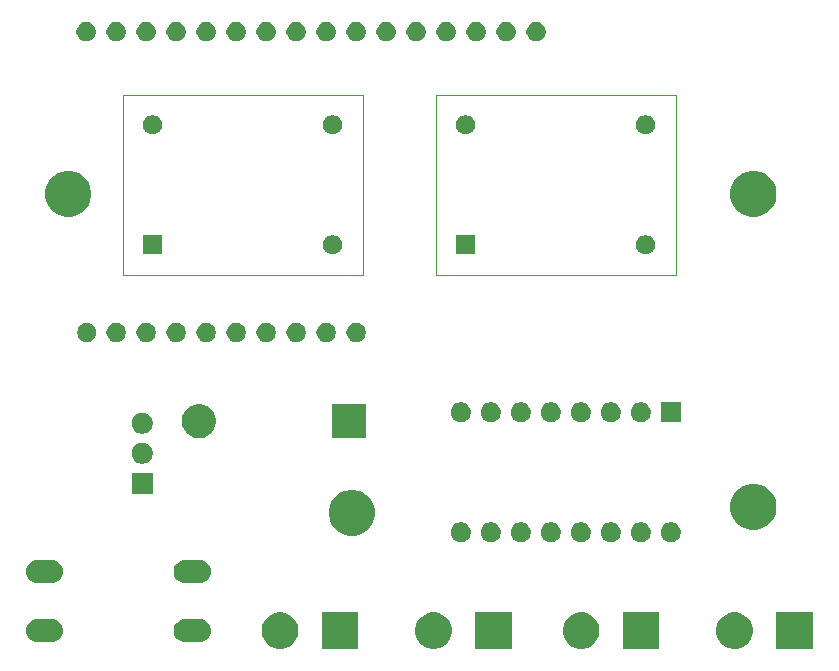
<source format=gbr>
%TF.GenerationSoftware,KiCad,Pcbnew,5.1.5+dfsg1-2build2*%
%TF.CreationDate,2020-08-25T19:56:11-04:00*%
%TF.ProjectId,esp-toy,6573702d-746f-4792-9e6b-696361645f70,rev?*%
%TF.SameCoordinates,Original*%
%TF.FileFunction,Soldermask,Bot*%
%TF.FilePolarity,Negative*%
%FSLAX46Y46*%
G04 Gerber Fmt 4.6, Leading zero omitted, Abs format (unit mm)*
G04 Created by KiCad (PCBNEW 5.1.5+dfsg1-2build2) date 2020-08-25 19:56:11*
%MOMM*%
%LPD*%
G04 APERTURE LIST*
%ADD10C,0.120000*%
%ADD11C,1.000000*%
G04 APERTURE END LIST*
D10*
%TO.C,A2*%
X152094000Y-93366000D02*
X172414000Y-93366000D01*
X172414000Y-93366000D02*
X172414000Y-78126000D01*
X172414000Y-78126000D02*
X152094000Y-78126000D01*
X152094000Y-78126000D02*
X152094000Y-93366000D01*
%TO.C,A1*%
X125594000Y-93366000D02*
X145914000Y-93366000D01*
X145914000Y-93366000D02*
X145914000Y-78126000D01*
X145914000Y-78126000D02*
X125594000Y-78126000D01*
X125594000Y-78126000D02*
X125594000Y-93366000D01*
D11*
G36*
X139372352Y-122008796D02*
G01*
X139654579Y-122125699D01*
X139908578Y-122295415D01*
X140124585Y-122511422D01*
X140294301Y-122765421D01*
X140411204Y-123047648D01*
X140470800Y-123347259D01*
X140470800Y-123652741D01*
X140411204Y-123952352D01*
X140294301Y-124234579D01*
X140124585Y-124488578D01*
X139908578Y-124704585D01*
X139654579Y-124874301D01*
X139372352Y-124991204D01*
X139072741Y-125050800D01*
X138767259Y-125050800D01*
X138467648Y-124991204D01*
X138185421Y-124874301D01*
X137931422Y-124704585D01*
X137715415Y-124488578D01*
X137545699Y-124234579D01*
X137428796Y-123952352D01*
X137369200Y-123652741D01*
X137369200Y-123347259D01*
X137428796Y-123047648D01*
X137545699Y-122765421D01*
X137715415Y-122511422D01*
X137931422Y-122295415D01*
X138185421Y-122125699D01*
X138467648Y-122008796D01*
X138767259Y-121949200D01*
X139072741Y-121949200D01*
X139372352Y-122008796D01*
G37*
G36*
X184050800Y-125050800D02*
G01*
X180949200Y-125050800D01*
X180949200Y-121949200D01*
X184050800Y-121949200D01*
X184050800Y-125050800D01*
G37*
G36*
X177872352Y-122008796D02*
G01*
X178154579Y-122125699D01*
X178408578Y-122295415D01*
X178624585Y-122511422D01*
X178794301Y-122765421D01*
X178911204Y-123047648D01*
X178970800Y-123347259D01*
X178970800Y-123652741D01*
X178911204Y-123952352D01*
X178794301Y-124234579D01*
X178624585Y-124488578D01*
X178408578Y-124704585D01*
X178154579Y-124874301D01*
X177872352Y-124991204D01*
X177572741Y-125050800D01*
X177267259Y-125050800D01*
X176967648Y-124991204D01*
X176685421Y-124874301D01*
X176431422Y-124704585D01*
X176215415Y-124488578D01*
X176045699Y-124234579D01*
X175928796Y-123952352D01*
X175869200Y-123652741D01*
X175869200Y-123347259D01*
X175928796Y-123047648D01*
X176045699Y-122765421D01*
X176215415Y-122511422D01*
X176431422Y-122295415D01*
X176685421Y-122125699D01*
X176967648Y-122008796D01*
X177267259Y-121949200D01*
X177572741Y-121949200D01*
X177872352Y-122008796D01*
G37*
G36*
X171050800Y-125050800D02*
G01*
X167949200Y-125050800D01*
X167949200Y-121949200D01*
X171050800Y-121949200D01*
X171050800Y-125050800D01*
G37*
G36*
X164872352Y-122008796D02*
G01*
X165154579Y-122125699D01*
X165408578Y-122295415D01*
X165624585Y-122511422D01*
X165794301Y-122765421D01*
X165911204Y-123047648D01*
X165970800Y-123347259D01*
X165970800Y-123652741D01*
X165911204Y-123952352D01*
X165794301Y-124234579D01*
X165624585Y-124488578D01*
X165408578Y-124704585D01*
X165154579Y-124874301D01*
X164872352Y-124991204D01*
X164572741Y-125050800D01*
X164267259Y-125050800D01*
X163967648Y-124991204D01*
X163685421Y-124874301D01*
X163431422Y-124704585D01*
X163215415Y-124488578D01*
X163045699Y-124234579D01*
X162928796Y-123952352D01*
X162869200Y-123652741D01*
X162869200Y-123347259D01*
X162928796Y-123047648D01*
X163045699Y-122765421D01*
X163215415Y-122511422D01*
X163431422Y-122295415D01*
X163685421Y-122125699D01*
X163967648Y-122008796D01*
X164267259Y-121949200D01*
X164572741Y-121949200D01*
X164872352Y-122008796D01*
G37*
G36*
X158550800Y-125050800D02*
G01*
X155449200Y-125050800D01*
X155449200Y-121949200D01*
X158550800Y-121949200D01*
X158550800Y-125050800D01*
G37*
G36*
X152372352Y-122008796D02*
G01*
X152654579Y-122125699D01*
X152908578Y-122295415D01*
X153124585Y-122511422D01*
X153294301Y-122765421D01*
X153411204Y-123047648D01*
X153470800Y-123347259D01*
X153470800Y-123652741D01*
X153411204Y-123952352D01*
X153294301Y-124234579D01*
X153124585Y-124488578D01*
X152908578Y-124704585D01*
X152654579Y-124874301D01*
X152372352Y-124991204D01*
X152072741Y-125050800D01*
X151767259Y-125050800D01*
X151467648Y-124991204D01*
X151185421Y-124874301D01*
X150931422Y-124704585D01*
X150715415Y-124488578D01*
X150545699Y-124234579D01*
X150428796Y-123952352D01*
X150369200Y-123652741D01*
X150369200Y-123347259D01*
X150428796Y-123047648D01*
X150545699Y-122765421D01*
X150715415Y-122511422D01*
X150931422Y-122295415D01*
X151185421Y-122125699D01*
X151467648Y-122008796D01*
X151767259Y-121949200D01*
X152072741Y-121949200D01*
X152372352Y-122008796D01*
G37*
G36*
X145550800Y-125050800D02*
G01*
X142449200Y-125050800D01*
X142449200Y-121949200D01*
X145550800Y-121949200D01*
X145550800Y-125050800D01*
G37*
G36*
X119776287Y-122538318D02*
G01*
X119960228Y-122594116D01*
X120129749Y-122684727D01*
X120278333Y-122806667D01*
X120400273Y-122955251D01*
X120490884Y-123124772D01*
X120546682Y-123308713D01*
X120565522Y-123500000D01*
X120546682Y-123691287D01*
X120490884Y-123875228D01*
X120400273Y-124044749D01*
X120278333Y-124193333D01*
X120129749Y-124315273D01*
X119960228Y-124405884D01*
X119776287Y-124461682D01*
X119632941Y-124475800D01*
X118339059Y-124475800D01*
X118195713Y-124461682D01*
X118011772Y-124405884D01*
X117842251Y-124315273D01*
X117693667Y-124193333D01*
X117571727Y-124044749D01*
X117481116Y-123875228D01*
X117425318Y-123691287D01*
X117406478Y-123500000D01*
X117425318Y-123308713D01*
X117481116Y-123124772D01*
X117571727Y-122955251D01*
X117693667Y-122806667D01*
X117842251Y-122684727D01*
X118011772Y-122594116D01*
X118195713Y-122538318D01*
X118339059Y-122524200D01*
X119632941Y-122524200D01*
X119776287Y-122538318D01*
G37*
G36*
X132276287Y-122538318D02*
G01*
X132460228Y-122594116D01*
X132629749Y-122684727D01*
X132778333Y-122806667D01*
X132900273Y-122955251D01*
X132990884Y-123124772D01*
X133046682Y-123308713D01*
X133065522Y-123500000D01*
X133046682Y-123691287D01*
X132990884Y-123875228D01*
X132900273Y-124044749D01*
X132778333Y-124193333D01*
X132629749Y-124315273D01*
X132460228Y-124405884D01*
X132276287Y-124461682D01*
X132132941Y-124475800D01*
X130839059Y-124475800D01*
X130695713Y-124461682D01*
X130511772Y-124405884D01*
X130342251Y-124315273D01*
X130193667Y-124193333D01*
X130071727Y-124044749D01*
X129981116Y-123875228D01*
X129925318Y-123691287D01*
X129906478Y-123500000D01*
X129925318Y-123308713D01*
X129981116Y-123124772D01*
X130071727Y-122955251D01*
X130193667Y-122806667D01*
X130342251Y-122684727D01*
X130511772Y-122594116D01*
X130695713Y-122538318D01*
X130839059Y-122524200D01*
X132132941Y-122524200D01*
X132276287Y-122538318D01*
G37*
G36*
X132276287Y-117538318D02*
G01*
X132460228Y-117594116D01*
X132629749Y-117684727D01*
X132778333Y-117806667D01*
X132900273Y-117955251D01*
X132990884Y-118124772D01*
X133046682Y-118308713D01*
X133065522Y-118500000D01*
X133046682Y-118691287D01*
X132990884Y-118875228D01*
X132900273Y-119044749D01*
X132778333Y-119193333D01*
X132629749Y-119315273D01*
X132460228Y-119405884D01*
X132276287Y-119461682D01*
X132132941Y-119475800D01*
X130839059Y-119475800D01*
X130695713Y-119461682D01*
X130511772Y-119405884D01*
X130342251Y-119315273D01*
X130193667Y-119193333D01*
X130071727Y-119044749D01*
X129981116Y-118875228D01*
X129925318Y-118691287D01*
X129906478Y-118500000D01*
X129925318Y-118308713D01*
X129981116Y-118124772D01*
X130071727Y-117955251D01*
X130193667Y-117806667D01*
X130342251Y-117684727D01*
X130511772Y-117594116D01*
X130695713Y-117538318D01*
X130839059Y-117524200D01*
X132132941Y-117524200D01*
X132276287Y-117538318D01*
G37*
G36*
X119776287Y-117538318D02*
G01*
X119960228Y-117594116D01*
X120129749Y-117684727D01*
X120278333Y-117806667D01*
X120400273Y-117955251D01*
X120490884Y-118124772D01*
X120546682Y-118308713D01*
X120565522Y-118500000D01*
X120546682Y-118691287D01*
X120490884Y-118875228D01*
X120400273Y-119044749D01*
X120278333Y-119193333D01*
X120129749Y-119315273D01*
X119960228Y-119405884D01*
X119776287Y-119461682D01*
X119632941Y-119475800D01*
X118339059Y-119475800D01*
X118195713Y-119461682D01*
X118011772Y-119405884D01*
X117842251Y-119315273D01*
X117693667Y-119193333D01*
X117571727Y-119044749D01*
X117481116Y-118875228D01*
X117425318Y-118691287D01*
X117406478Y-118500000D01*
X117425318Y-118308713D01*
X117481116Y-118124772D01*
X117571727Y-117955251D01*
X117693667Y-117806667D01*
X117842251Y-117684727D01*
X118011772Y-117594116D01*
X118195713Y-117538318D01*
X118339059Y-117524200D01*
X119632941Y-117524200D01*
X119776287Y-117538318D01*
G37*
G36*
X157008169Y-114341895D02*
G01*
X157163005Y-114406031D01*
X157302354Y-114499140D01*
X157420860Y-114617646D01*
X157513969Y-114756995D01*
X157578105Y-114911831D01*
X157610800Y-115076203D01*
X157610800Y-115243797D01*
X157578105Y-115408169D01*
X157513969Y-115563005D01*
X157420860Y-115702354D01*
X157302354Y-115820860D01*
X157163005Y-115913969D01*
X157008169Y-115978105D01*
X156843797Y-116010800D01*
X156676203Y-116010800D01*
X156511831Y-115978105D01*
X156356995Y-115913969D01*
X156217646Y-115820860D01*
X156099140Y-115702354D01*
X156006031Y-115563005D01*
X155941895Y-115408169D01*
X155909200Y-115243797D01*
X155909200Y-115076203D01*
X155941895Y-114911831D01*
X156006031Y-114756995D01*
X156099140Y-114617646D01*
X156217646Y-114499140D01*
X156356995Y-114406031D01*
X156511831Y-114341895D01*
X156676203Y-114309200D01*
X156843797Y-114309200D01*
X157008169Y-114341895D01*
G37*
G36*
X162088169Y-114341895D02*
G01*
X162243005Y-114406031D01*
X162382354Y-114499140D01*
X162500860Y-114617646D01*
X162593969Y-114756995D01*
X162658105Y-114911831D01*
X162690800Y-115076203D01*
X162690800Y-115243797D01*
X162658105Y-115408169D01*
X162593969Y-115563005D01*
X162500860Y-115702354D01*
X162382354Y-115820860D01*
X162243005Y-115913969D01*
X162088169Y-115978105D01*
X161923797Y-116010800D01*
X161756203Y-116010800D01*
X161591831Y-115978105D01*
X161436995Y-115913969D01*
X161297646Y-115820860D01*
X161179140Y-115702354D01*
X161086031Y-115563005D01*
X161021895Y-115408169D01*
X160989200Y-115243797D01*
X160989200Y-115076203D01*
X161021895Y-114911831D01*
X161086031Y-114756995D01*
X161179140Y-114617646D01*
X161297646Y-114499140D01*
X161436995Y-114406031D01*
X161591831Y-114341895D01*
X161756203Y-114309200D01*
X161923797Y-114309200D01*
X162088169Y-114341895D01*
G37*
G36*
X159548169Y-114341895D02*
G01*
X159703005Y-114406031D01*
X159842354Y-114499140D01*
X159960860Y-114617646D01*
X160053969Y-114756995D01*
X160118105Y-114911831D01*
X160150800Y-115076203D01*
X160150800Y-115243797D01*
X160118105Y-115408169D01*
X160053969Y-115563005D01*
X159960860Y-115702354D01*
X159842354Y-115820860D01*
X159703005Y-115913969D01*
X159548169Y-115978105D01*
X159383797Y-116010800D01*
X159216203Y-116010800D01*
X159051831Y-115978105D01*
X158896995Y-115913969D01*
X158757646Y-115820860D01*
X158639140Y-115702354D01*
X158546031Y-115563005D01*
X158481895Y-115408169D01*
X158449200Y-115243797D01*
X158449200Y-115076203D01*
X158481895Y-114911831D01*
X158546031Y-114756995D01*
X158639140Y-114617646D01*
X158757646Y-114499140D01*
X158896995Y-114406031D01*
X159051831Y-114341895D01*
X159216203Y-114309200D01*
X159383797Y-114309200D01*
X159548169Y-114341895D01*
G37*
G36*
X172248169Y-114341895D02*
G01*
X172403005Y-114406031D01*
X172542354Y-114499140D01*
X172660860Y-114617646D01*
X172753969Y-114756995D01*
X172818105Y-114911831D01*
X172850800Y-115076203D01*
X172850800Y-115243797D01*
X172818105Y-115408169D01*
X172753969Y-115563005D01*
X172660860Y-115702354D01*
X172542354Y-115820860D01*
X172403005Y-115913969D01*
X172248169Y-115978105D01*
X172083797Y-116010800D01*
X171916203Y-116010800D01*
X171751831Y-115978105D01*
X171596995Y-115913969D01*
X171457646Y-115820860D01*
X171339140Y-115702354D01*
X171246031Y-115563005D01*
X171181895Y-115408169D01*
X171149200Y-115243797D01*
X171149200Y-115076203D01*
X171181895Y-114911831D01*
X171246031Y-114756995D01*
X171339140Y-114617646D01*
X171457646Y-114499140D01*
X171596995Y-114406031D01*
X171751831Y-114341895D01*
X171916203Y-114309200D01*
X172083797Y-114309200D01*
X172248169Y-114341895D01*
G37*
G36*
X169708169Y-114341895D02*
G01*
X169863005Y-114406031D01*
X170002354Y-114499140D01*
X170120860Y-114617646D01*
X170213969Y-114756995D01*
X170278105Y-114911831D01*
X170310800Y-115076203D01*
X170310800Y-115243797D01*
X170278105Y-115408169D01*
X170213969Y-115563005D01*
X170120860Y-115702354D01*
X170002354Y-115820860D01*
X169863005Y-115913969D01*
X169708169Y-115978105D01*
X169543797Y-116010800D01*
X169376203Y-116010800D01*
X169211831Y-115978105D01*
X169056995Y-115913969D01*
X168917646Y-115820860D01*
X168799140Y-115702354D01*
X168706031Y-115563005D01*
X168641895Y-115408169D01*
X168609200Y-115243797D01*
X168609200Y-115076203D01*
X168641895Y-114911831D01*
X168706031Y-114756995D01*
X168799140Y-114617646D01*
X168917646Y-114499140D01*
X169056995Y-114406031D01*
X169211831Y-114341895D01*
X169376203Y-114309200D01*
X169543797Y-114309200D01*
X169708169Y-114341895D01*
G37*
G36*
X167168169Y-114341895D02*
G01*
X167323005Y-114406031D01*
X167462354Y-114499140D01*
X167580860Y-114617646D01*
X167673969Y-114756995D01*
X167738105Y-114911831D01*
X167770800Y-115076203D01*
X167770800Y-115243797D01*
X167738105Y-115408169D01*
X167673969Y-115563005D01*
X167580860Y-115702354D01*
X167462354Y-115820860D01*
X167323005Y-115913969D01*
X167168169Y-115978105D01*
X167003797Y-116010800D01*
X166836203Y-116010800D01*
X166671831Y-115978105D01*
X166516995Y-115913969D01*
X166377646Y-115820860D01*
X166259140Y-115702354D01*
X166166031Y-115563005D01*
X166101895Y-115408169D01*
X166069200Y-115243797D01*
X166069200Y-115076203D01*
X166101895Y-114911831D01*
X166166031Y-114756995D01*
X166259140Y-114617646D01*
X166377646Y-114499140D01*
X166516995Y-114406031D01*
X166671831Y-114341895D01*
X166836203Y-114309200D01*
X167003797Y-114309200D01*
X167168169Y-114341895D01*
G37*
G36*
X164628169Y-114341895D02*
G01*
X164783005Y-114406031D01*
X164922354Y-114499140D01*
X165040860Y-114617646D01*
X165133969Y-114756995D01*
X165198105Y-114911831D01*
X165230800Y-115076203D01*
X165230800Y-115243797D01*
X165198105Y-115408169D01*
X165133969Y-115563005D01*
X165040860Y-115702354D01*
X164922354Y-115820860D01*
X164783005Y-115913969D01*
X164628169Y-115978105D01*
X164463797Y-116010800D01*
X164296203Y-116010800D01*
X164131831Y-115978105D01*
X163976995Y-115913969D01*
X163837646Y-115820860D01*
X163719140Y-115702354D01*
X163626031Y-115563005D01*
X163561895Y-115408169D01*
X163529200Y-115243797D01*
X163529200Y-115076203D01*
X163561895Y-114911831D01*
X163626031Y-114756995D01*
X163719140Y-114617646D01*
X163837646Y-114499140D01*
X163976995Y-114406031D01*
X164131831Y-114341895D01*
X164296203Y-114309200D01*
X164463797Y-114309200D01*
X164628169Y-114341895D01*
G37*
G36*
X154468169Y-114341895D02*
G01*
X154623005Y-114406031D01*
X154762354Y-114499140D01*
X154880860Y-114617646D01*
X154973969Y-114756995D01*
X155038105Y-114911831D01*
X155070800Y-115076203D01*
X155070800Y-115243797D01*
X155038105Y-115408169D01*
X154973969Y-115563005D01*
X154880860Y-115702354D01*
X154762354Y-115820860D01*
X154623005Y-115913969D01*
X154468169Y-115978105D01*
X154303797Y-116010800D01*
X154136203Y-116010800D01*
X153971831Y-115978105D01*
X153816995Y-115913969D01*
X153677646Y-115820860D01*
X153559140Y-115702354D01*
X153466031Y-115563005D01*
X153401895Y-115408169D01*
X153369200Y-115243797D01*
X153369200Y-115076203D01*
X153401895Y-114911831D01*
X153466031Y-114756995D01*
X153559140Y-114617646D01*
X153677646Y-114499140D01*
X153816995Y-114406031D01*
X153971831Y-114341895D01*
X154136203Y-114309200D01*
X154303797Y-114309200D01*
X154468169Y-114341895D01*
G37*
G36*
X145569028Y-111624168D02*
G01*
X145924051Y-111771223D01*
X146243564Y-111984715D01*
X146515285Y-112256436D01*
X146728777Y-112575949D01*
X146875832Y-112930972D01*
X146950800Y-113307863D01*
X146950800Y-113692137D01*
X146875832Y-114069028D01*
X146728777Y-114424051D01*
X146515285Y-114743564D01*
X146243564Y-115015285D01*
X145924051Y-115228777D01*
X145569028Y-115375832D01*
X145192137Y-115450800D01*
X144807863Y-115450800D01*
X144430972Y-115375832D01*
X144075949Y-115228777D01*
X143756436Y-115015285D01*
X143484715Y-114743564D01*
X143271223Y-114424051D01*
X143124168Y-114069028D01*
X143049200Y-113692137D01*
X143049200Y-113307863D01*
X143124168Y-112930972D01*
X143271223Y-112575949D01*
X143484715Y-112256436D01*
X143756436Y-111984715D01*
X144075949Y-111771223D01*
X144430972Y-111624168D01*
X144807863Y-111549200D01*
X145192137Y-111549200D01*
X145569028Y-111624168D01*
G37*
G36*
X179569028Y-111124168D02*
G01*
X179924051Y-111271223D01*
X180243564Y-111484715D01*
X180515285Y-111756436D01*
X180728777Y-112075949D01*
X180875832Y-112430972D01*
X180950800Y-112807863D01*
X180950800Y-113192137D01*
X180875832Y-113569028D01*
X180728777Y-113924051D01*
X180515285Y-114243564D01*
X180243564Y-114515285D01*
X179924051Y-114728777D01*
X179569028Y-114875832D01*
X179192137Y-114950800D01*
X178807863Y-114950800D01*
X178430972Y-114875832D01*
X178075949Y-114728777D01*
X177756436Y-114515285D01*
X177484715Y-114243564D01*
X177271223Y-113924051D01*
X177124168Y-113569028D01*
X177049200Y-113192137D01*
X177049200Y-112807863D01*
X177124168Y-112430972D01*
X177271223Y-112075949D01*
X177484715Y-111756436D01*
X177756436Y-111484715D01*
X178075949Y-111271223D01*
X178430972Y-111124168D01*
X178807863Y-111049200D01*
X179192137Y-111049200D01*
X179569028Y-111124168D01*
G37*
G36*
X128150800Y-111900800D02*
G01*
X126349200Y-111900800D01*
X126349200Y-110099200D01*
X128150800Y-110099200D01*
X128150800Y-111900800D01*
G37*
G36*
X127512754Y-107593817D02*
G01*
X127676689Y-107661721D01*
X127824227Y-107760303D01*
X127949697Y-107885773D01*
X128048279Y-108033311D01*
X128116183Y-108197246D01*
X128150800Y-108371279D01*
X128150800Y-108548721D01*
X128116183Y-108722754D01*
X128048279Y-108886689D01*
X127949697Y-109034227D01*
X127824227Y-109159697D01*
X127676689Y-109258279D01*
X127512754Y-109326183D01*
X127338721Y-109360800D01*
X127161279Y-109360800D01*
X126987246Y-109326183D01*
X126823311Y-109258279D01*
X126675773Y-109159697D01*
X126550303Y-109034227D01*
X126451721Y-108886689D01*
X126383817Y-108722754D01*
X126349200Y-108548721D01*
X126349200Y-108371279D01*
X126383817Y-108197246D01*
X126451721Y-108033311D01*
X126550303Y-107885773D01*
X126675773Y-107760303D01*
X126823311Y-107661721D01*
X126987246Y-107593817D01*
X127161279Y-107559200D01*
X127338721Y-107559200D01*
X127512754Y-107593817D01*
G37*
G36*
X132473183Y-104354953D02*
G01*
X132737212Y-104464317D01*
X132974833Y-104623091D01*
X133176909Y-104825167D01*
X133335683Y-105062788D01*
X133445047Y-105326817D01*
X133500800Y-105607108D01*
X133500800Y-105892892D01*
X133445047Y-106173183D01*
X133335683Y-106437212D01*
X133176909Y-106674833D01*
X132974833Y-106876909D01*
X132737212Y-107035683D01*
X132473183Y-107145047D01*
X132192892Y-107200800D01*
X131907108Y-107200800D01*
X131626817Y-107145047D01*
X131362788Y-107035683D01*
X131125167Y-106876909D01*
X130923091Y-106674833D01*
X130764317Y-106437212D01*
X130654953Y-106173183D01*
X130599200Y-105892892D01*
X130599200Y-105607108D01*
X130654953Y-105326817D01*
X130764317Y-105062788D01*
X130923091Y-104825167D01*
X131125167Y-104623091D01*
X131362788Y-104464317D01*
X131626817Y-104354953D01*
X131907108Y-104299200D01*
X132192892Y-104299200D01*
X132473183Y-104354953D01*
G37*
G36*
X146200800Y-107200800D02*
G01*
X143299200Y-107200800D01*
X143299200Y-104299200D01*
X146200800Y-104299200D01*
X146200800Y-107200800D01*
G37*
G36*
X127512754Y-105053817D02*
G01*
X127676689Y-105121721D01*
X127824227Y-105220303D01*
X127949697Y-105345773D01*
X128048279Y-105493311D01*
X128116183Y-105657246D01*
X128150800Y-105831279D01*
X128150800Y-106008721D01*
X128116183Y-106182754D01*
X128048279Y-106346689D01*
X127949697Y-106494227D01*
X127824227Y-106619697D01*
X127676689Y-106718279D01*
X127512754Y-106786183D01*
X127338721Y-106820800D01*
X127161279Y-106820800D01*
X126987246Y-106786183D01*
X126823311Y-106718279D01*
X126675773Y-106619697D01*
X126550303Y-106494227D01*
X126451721Y-106346689D01*
X126383817Y-106182754D01*
X126349200Y-106008721D01*
X126349200Y-105831279D01*
X126383817Y-105657246D01*
X126451721Y-105493311D01*
X126550303Y-105345773D01*
X126675773Y-105220303D01*
X126823311Y-105121721D01*
X126987246Y-105053817D01*
X127161279Y-105019200D01*
X127338721Y-105019200D01*
X127512754Y-105053817D01*
G37*
G36*
X162088169Y-104181895D02*
G01*
X162243005Y-104246031D01*
X162382354Y-104339140D01*
X162500860Y-104457646D01*
X162593969Y-104596995D01*
X162658105Y-104751831D01*
X162690800Y-104916203D01*
X162690800Y-105083797D01*
X162658105Y-105248169D01*
X162593969Y-105403005D01*
X162500860Y-105542354D01*
X162382354Y-105660860D01*
X162243005Y-105753969D01*
X162088169Y-105818105D01*
X161923797Y-105850800D01*
X161756203Y-105850800D01*
X161591831Y-105818105D01*
X161436995Y-105753969D01*
X161297646Y-105660860D01*
X161179140Y-105542354D01*
X161086031Y-105403005D01*
X161021895Y-105248169D01*
X160989200Y-105083797D01*
X160989200Y-104916203D01*
X161021895Y-104751831D01*
X161086031Y-104596995D01*
X161179140Y-104457646D01*
X161297646Y-104339140D01*
X161436995Y-104246031D01*
X161591831Y-104181895D01*
X161756203Y-104149200D01*
X161923797Y-104149200D01*
X162088169Y-104181895D01*
G37*
G36*
X172850800Y-105850800D02*
G01*
X171149200Y-105850800D01*
X171149200Y-104149200D01*
X172850800Y-104149200D01*
X172850800Y-105850800D01*
G37*
G36*
X169708169Y-104181895D02*
G01*
X169863005Y-104246031D01*
X170002354Y-104339140D01*
X170120860Y-104457646D01*
X170213969Y-104596995D01*
X170278105Y-104751831D01*
X170310800Y-104916203D01*
X170310800Y-105083797D01*
X170278105Y-105248169D01*
X170213969Y-105403005D01*
X170120860Y-105542354D01*
X170002354Y-105660860D01*
X169863005Y-105753969D01*
X169708169Y-105818105D01*
X169543797Y-105850800D01*
X169376203Y-105850800D01*
X169211831Y-105818105D01*
X169056995Y-105753969D01*
X168917646Y-105660860D01*
X168799140Y-105542354D01*
X168706031Y-105403005D01*
X168641895Y-105248169D01*
X168609200Y-105083797D01*
X168609200Y-104916203D01*
X168641895Y-104751831D01*
X168706031Y-104596995D01*
X168799140Y-104457646D01*
X168917646Y-104339140D01*
X169056995Y-104246031D01*
X169211831Y-104181895D01*
X169376203Y-104149200D01*
X169543797Y-104149200D01*
X169708169Y-104181895D01*
G37*
G36*
X167168169Y-104181895D02*
G01*
X167323005Y-104246031D01*
X167462354Y-104339140D01*
X167580860Y-104457646D01*
X167673969Y-104596995D01*
X167738105Y-104751831D01*
X167770800Y-104916203D01*
X167770800Y-105083797D01*
X167738105Y-105248169D01*
X167673969Y-105403005D01*
X167580860Y-105542354D01*
X167462354Y-105660860D01*
X167323005Y-105753969D01*
X167168169Y-105818105D01*
X167003797Y-105850800D01*
X166836203Y-105850800D01*
X166671831Y-105818105D01*
X166516995Y-105753969D01*
X166377646Y-105660860D01*
X166259140Y-105542354D01*
X166166031Y-105403005D01*
X166101895Y-105248169D01*
X166069200Y-105083797D01*
X166069200Y-104916203D01*
X166101895Y-104751831D01*
X166166031Y-104596995D01*
X166259140Y-104457646D01*
X166377646Y-104339140D01*
X166516995Y-104246031D01*
X166671831Y-104181895D01*
X166836203Y-104149200D01*
X167003797Y-104149200D01*
X167168169Y-104181895D01*
G37*
G36*
X164628169Y-104181895D02*
G01*
X164783005Y-104246031D01*
X164922354Y-104339140D01*
X165040860Y-104457646D01*
X165133969Y-104596995D01*
X165198105Y-104751831D01*
X165230800Y-104916203D01*
X165230800Y-105083797D01*
X165198105Y-105248169D01*
X165133969Y-105403005D01*
X165040860Y-105542354D01*
X164922354Y-105660860D01*
X164783005Y-105753969D01*
X164628169Y-105818105D01*
X164463797Y-105850800D01*
X164296203Y-105850800D01*
X164131831Y-105818105D01*
X163976995Y-105753969D01*
X163837646Y-105660860D01*
X163719140Y-105542354D01*
X163626031Y-105403005D01*
X163561895Y-105248169D01*
X163529200Y-105083797D01*
X163529200Y-104916203D01*
X163561895Y-104751831D01*
X163626031Y-104596995D01*
X163719140Y-104457646D01*
X163837646Y-104339140D01*
X163976995Y-104246031D01*
X164131831Y-104181895D01*
X164296203Y-104149200D01*
X164463797Y-104149200D01*
X164628169Y-104181895D01*
G37*
G36*
X159548169Y-104181895D02*
G01*
X159703005Y-104246031D01*
X159842354Y-104339140D01*
X159960860Y-104457646D01*
X160053969Y-104596995D01*
X160118105Y-104751831D01*
X160150800Y-104916203D01*
X160150800Y-105083797D01*
X160118105Y-105248169D01*
X160053969Y-105403005D01*
X159960860Y-105542354D01*
X159842354Y-105660860D01*
X159703005Y-105753969D01*
X159548169Y-105818105D01*
X159383797Y-105850800D01*
X159216203Y-105850800D01*
X159051831Y-105818105D01*
X158896995Y-105753969D01*
X158757646Y-105660860D01*
X158639140Y-105542354D01*
X158546031Y-105403005D01*
X158481895Y-105248169D01*
X158449200Y-105083797D01*
X158449200Y-104916203D01*
X158481895Y-104751831D01*
X158546031Y-104596995D01*
X158639140Y-104457646D01*
X158757646Y-104339140D01*
X158896995Y-104246031D01*
X159051831Y-104181895D01*
X159216203Y-104149200D01*
X159383797Y-104149200D01*
X159548169Y-104181895D01*
G37*
G36*
X154468169Y-104181895D02*
G01*
X154623005Y-104246031D01*
X154762354Y-104339140D01*
X154880860Y-104457646D01*
X154973969Y-104596995D01*
X155038105Y-104751831D01*
X155070800Y-104916203D01*
X155070800Y-105083797D01*
X155038105Y-105248169D01*
X154973969Y-105403005D01*
X154880860Y-105542354D01*
X154762354Y-105660860D01*
X154623005Y-105753969D01*
X154468169Y-105818105D01*
X154303797Y-105850800D01*
X154136203Y-105850800D01*
X153971831Y-105818105D01*
X153816995Y-105753969D01*
X153677646Y-105660860D01*
X153559140Y-105542354D01*
X153466031Y-105403005D01*
X153401895Y-105248169D01*
X153369200Y-105083797D01*
X153369200Y-104916203D01*
X153401895Y-104751831D01*
X153466031Y-104596995D01*
X153559140Y-104457646D01*
X153677646Y-104339140D01*
X153816995Y-104246031D01*
X153971831Y-104181895D01*
X154136203Y-104149200D01*
X154303797Y-104149200D01*
X154468169Y-104181895D01*
G37*
G36*
X157008169Y-104181895D02*
G01*
X157163005Y-104246031D01*
X157302354Y-104339140D01*
X157420860Y-104457646D01*
X157513969Y-104596995D01*
X157578105Y-104751831D01*
X157610800Y-104916203D01*
X157610800Y-105083797D01*
X157578105Y-105248169D01*
X157513969Y-105403005D01*
X157420860Y-105542354D01*
X157302354Y-105660860D01*
X157163005Y-105753969D01*
X157008169Y-105818105D01*
X156843797Y-105850800D01*
X156676203Y-105850800D01*
X156511831Y-105818105D01*
X156356995Y-105753969D01*
X156217646Y-105660860D01*
X156099140Y-105542354D01*
X156006031Y-105403005D01*
X155941895Y-105248169D01*
X155909200Y-105083797D01*
X155909200Y-104916203D01*
X155941895Y-104751831D01*
X156006031Y-104596995D01*
X156099140Y-104457646D01*
X156217646Y-104339140D01*
X156356995Y-104246031D01*
X156511831Y-104181895D01*
X156676203Y-104149200D01*
X156843797Y-104149200D01*
X157008169Y-104181895D01*
G37*
G36*
X140517086Y-97448435D02*
G01*
X140665003Y-97509704D01*
X140798134Y-97598660D01*
X140911340Y-97711866D01*
X141000296Y-97844997D01*
X141061565Y-97992914D01*
X141092800Y-98149946D01*
X141092800Y-98310054D01*
X141061565Y-98467086D01*
X141000296Y-98615003D01*
X140911340Y-98748134D01*
X140798134Y-98861340D01*
X140665003Y-98950296D01*
X140517086Y-99011565D01*
X140360054Y-99042800D01*
X140199946Y-99042800D01*
X140042914Y-99011565D01*
X139894997Y-98950296D01*
X139761866Y-98861340D01*
X139648660Y-98748134D01*
X139559704Y-98615003D01*
X139498435Y-98467086D01*
X139467200Y-98310054D01*
X139467200Y-98149946D01*
X139498435Y-97992914D01*
X139559704Y-97844997D01*
X139648660Y-97711866D01*
X139761866Y-97598660D01*
X139894997Y-97509704D01*
X140042914Y-97448435D01*
X140199946Y-97417200D01*
X140360054Y-97417200D01*
X140517086Y-97448435D01*
G37*
G36*
X122797086Y-97448435D02*
G01*
X122945003Y-97509704D01*
X123078134Y-97598660D01*
X123191340Y-97711866D01*
X123280296Y-97844997D01*
X123341565Y-97992914D01*
X123372800Y-98149946D01*
X123372800Y-98310054D01*
X123341565Y-98467086D01*
X123280296Y-98615003D01*
X123191340Y-98748134D01*
X123078134Y-98861340D01*
X122945003Y-98950296D01*
X122797086Y-99011565D01*
X122640054Y-99042800D01*
X122479946Y-99042800D01*
X122322914Y-99011565D01*
X122174997Y-98950296D01*
X122041866Y-98861340D01*
X121928660Y-98748134D01*
X121839704Y-98615003D01*
X121778435Y-98467086D01*
X121747200Y-98310054D01*
X121747200Y-98149946D01*
X121778435Y-97992914D01*
X121839704Y-97844997D01*
X121928660Y-97711866D01*
X122041866Y-97598660D01*
X122174997Y-97509704D01*
X122322914Y-97448435D01*
X122479946Y-97417200D01*
X122640054Y-97417200D01*
X122797086Y-97448435D01*
G37*
G36*
X125277086Y-97448435D02*
G01*
X125425003Y-97509704D01*
X125558134Y-97598660D01*
X125671340Y-97711866D01*
X125760296Y-97844997D01*
X125821565Y-97992914D01*
X125852800Y-98149946D01*
X125852800Y-98310054D01*
X125821565Y-98467086D01*
X125760296Y-98615003D01*
X125671340Y-98748134D01*
X125558134Y-98861340D01*
X125425003Y-98950296D01*
X125277086Y-99011565D01*
X125120054Y-99042800D01*
X124959946Y-99042800D01*
X124802914Y-99011565D01*
X124654997Y-98950296D01*
X124521866Y-98861340D01*
X124408660Y-98748134D01*
X124319704Y-98615003D01*
X124258435Y-98467086D01*
X124227200Y-98310054D01*
X124227200Y-98149946D01*
X124258435Y-97992914D01*
X124319704Y-97844997D01*
X124408660Y-97711866D01*
X124521866Y-97598660D01*
X124654997Y-97509704D01*
X124802914Y-97448435D01*
X124959946Y-97417200D01*
X125120054Y-97417200D01*
X125277086Y-97448435D01*
G37*
G36*
X127817086Y-97448435D02*
G01*
X127965003Y-97509704D01*
X128098134Y-97598660D01*
X128211340Y-97711866D01*
X128300296Y-97844997D01*
X128361565Y-97992914D01*
X128392800Y-98149946D01*
X128392800Y-98310054D01*
X128361565Y-98467086D01*
X128300296Y-98615003D01*
X128211340Y-98748134D01*
X128098134Y-98861340D01*
X127965003Y-98950296D01*
X127817086Y-99011565D01*
X127660054Y-99042800D01*
X127499946Y-99042800D01*
X127342914Y-99011565D01*
X127194997Y-98950296D01*
X127061866Y-98861340D01*
X126948660Y-98748134D01*
X126859704Y-98615003D01*
X126798435Y-98467086D01*
X126767200Y-98310054D01*
X126767200Y-98149946D01*
X126798435Y-97992914D01*
X126859704Y-97844997D01*
X126948660Y-97711866D01*
X127061866Y-97598660D01*
X127194997Y-97509704D01*
X127342914Y-97448435D01*
X127499946Y-97417200D01*
X127660054Y-97417200D01*
X127817086Y-97448435D01*
G37*
G36*
X130357086Y-97448435D02*
G01*
X130505003Y-97509704D01*
X130638134Y-97598660D01*
X130751340Y-97711866D01*
X130840296Y-97844997D01*
X130901565Y-97992914D01*
X130932800Y-98149946D01*
X130932800Y-98310054D01*
X130901565Y-98467086D01*
X130840296Y-98615003D01*
X130751340Y-98748134D01*
X130638134Y-98861340D01*
X130505003Y-98950296D01*
X130357086Y-99011565D01*
X130200054Y-99042800D01*
X130039946Y-99042800D01*
X129882914Y-99011565D01*
X129734997Y-98950296D01*
X129601866Y-98861340D01*
X129488660Y-98748134D01*
X129399704Y-98615003D01*
X129338435Y-98467086D01*
X129307200Y-98310054D01*
X129307200Y-98149946D01*
X129338435Y-97992914D01*
X129399704Y-97844997D01*
X129488660Y-97711866D01*
X129601866Y-97598660D01*
X129734997Y-97509704D01*
X129882914Y-97448435D01*
X130039946Y-97417200D01*
X130200054Y-97417200D01*
X130357086Y-97448435D01*
G37*
G36*
X132897086Y-97448435D02*
G01*
X133045003Y-97509704D01*
X133178134Y-97598660D01*
X133291340Y-97711866D01*
X133380296Y-97844997D01*
X133441565Y-97992914D01*
X133472800Y-98149946D01*
X133472800Y-98310054D01*
X133441565Y-98467086D01*
X133380296Y-98615003D01*
X133291340Y-98748134D01*
X133178134Y-98861340D01*
X133045003Y-98950296D01*
X132897086Y-99011565D01*
X132740054Y-99042800D01*
X132579946Y-99042800D01*
X132422914Y-99011565D01*
X132274997Y-98950296D01*
X132141866Y-98861340D01*
X132028660Y-98748134D01*
X131939704Y-98615003D01*
X131878435Y-98467086D01*
X131847200Y-98310054D01*
X131847200Y-98149946D01*
X131878435Y-97992914D01*
X131939704Y-97844997D01*
X132028660Y-97711866D01*
X132141866Y-97598660D01*
X132274997Y-97509704D01*
X132422914Y-97448435D01*
X132579946Y-97417200D01*
X132740054Y-97417200D01*
X132897086Y-97448435D01*
G37*
G36*
X135437086Y-97448435D02*
G01*
X135585003Y-97509704D01*
X135718134Y-97598660D01*
X135831340Y-97711866D01*
X135920296Y-97844997D01*
X135981565Y-97992914D01*
X136012800Y-98149946D01*
X136012800Y-98310054D01*
X135981565Y-98467086D01*
X135920296Y-98615003D01*
X135831340Y-98748134D01*
X135718134Y-98861340D01*
X135585003Y-98950296D01*
X135437086Y-99011565D01*
X135280054Y-99042800D01*
X135119946Y-99042800D01*
X134962914Y-99011565D01*
X134814997Y-98950296D01*
X134681866Y-98861340D01*
X134568660Y-98748134D01*
X134479704Y-98615003D01*
X134418435Y-98467086D01*
X134387200Y-98310054D01*
X134387200Y-98149946D01*
X134418435Y-97992914D01*
X134479704Y-97844997D01*
X134568660Y-97711866D01*
X134681866Y-97598660D01*
X134814997Y-97509704D01*
X134962914Y-97448435D01*
X135119946Y-97417200D01*
X135280054Y-97417200D01*
X135437086Y-97448435D01*
G37*
G36*
X143057086Y-97448435D02*
G01*
X143205003Y-97509704D01*
X143338134Y-97598660D01*
X143451340Y-97711866D01*
X143540296Y-97844997D01*
X143601565Y-97992914D01*
X143632800Y-98149946D01*
X143632800Y-98310054D01*
X143601565Y-98467086D01*
X143540296Y-98615003D01*
X143451340Y-98748134D01*
X143338134Y-98861340D01*
X143205003Y-98950296D01*
X143057086Y-99011565D01*
X142900054Y-99042800D01*
X142739946Y-99042800D01*
X142582914Y-99011565D01*
X142434997Y-98950296D01*
X142301866Y-98861340D01*
X142188660Y-98748134D01*
X142099704Y-98615003D01*
X142038435Y-98467086D01*
X142007200Y-98310054D01*
X142007200Y-98149946D01*
X142038435Y-97992914D01*
X142099704Y-97844997D01*
X142188660Y-97711866D01*
X142301866Y-97598660D01*
X142434997Y-97509704D01*
X142582914Y-97448435D01*
X142739946Y-97417200D01*
X142900054Y-97417200D01*
X143057086Y-97448435D01*
G37*
G36*
X137977086Y-97448435D02*
G01*
X138125003Y-97509704D01*
X138258134Y-97598660D01*
X138371340Y-97711866D01*
X138460296Y-97844997D01*
X138521565Y-97992914D01*
X138552800Y-98149946D01*
X138552800Y-98310054D01*
X138521565Y-98467086D01*
X138460296Y-98615003D01*
X138371340Y-98748134D01*
X138258134Y-98861340D01*
X138125003Y-98950296D01*
X137977086Y-99011565D01*
X137820054Y-99042800D01*
X137659946Y-99042800D01*
X137502914Y-99011565D01*
X137354997Y-98950296D01*
X137221866Y-98861340D01*
X137108660Y-98748134D01*
X137019704Y-98615003D01*
X136958435Y-98467086D01*
X136927200Y-98310054D01*
X136927200Y-98149946D01*
X136958435Y-97992914D01*
X137019704Y-97844997D01*
X137108660Y-97711866D01*
X137221866Y-97598660D01*
X137354997Y-97509704D01*
X137502914Y-97448435D01*
X137659946Y-97417200D01*
X137820054Y-97417200D01*
X137977086Y-97448435D01*
G37*
G36*
X145597086Y-97448435D02*
G01*
X145745003Y-97509704D01*
X145878134Y-97598660D01*
X145991340Y-97711866D01*
X146080296Y-97844997D01*
X146141565Y-97992914D01*
X146172800Y-98149946D01*
X146172800Y-98310054D01*
X146141565Y-98467086D01*
X146080296Y-98615003D01*
X145991340Y-98748134D01*
X145878134Y-98861340D01*
X145745003Y-98950296D01*
X145597086Y-99011565D01*
X145440054Y-99042800D01*
X145279946Y-99042800D01*
X145122914Y-99011565D01*
X144974997Y-98950296D01*
X144841866Y-98861340D01*
X144728660Y-98748134D01*
X144639704Y-98615003D01*
X144578435Y-98467086D01*
X144547200Y-98310054D01*
X144547200Y-98149946D01*
X144578435Y-97992914D01*
X144639704Y-97844997D01*
X144728660Y-97711866D01*
X144841866Y-97598660D01*
X144974997Y-97509704D01*
X145122914Y-97448435D01*
X145279946Y-97417200D01*
X145440054Y-97417200D01*
X145597086Y-97448435D01*
G37*
G36*
X155446800Y-91638800D02*
G01*
X153821200Y-91638800D01*
X153821200Y-90013200D01*
X155446800Y-90013200D01*
X155446800Y-91638800D01*
G37*
G36*
X170111086Y-90044435D02*
G01*
X170259003Y-90105704D01*
X170392134Y-90194660D01*
X170505340Y-90307866D01*
X170594296Y-90440997D01*
X170655565Y-90588914D01*
X170686800Y-90745946D01*
X170686800Y-90906054D01*
X170655565Y-91063086D01*
X170594296Y-91211003D01*
X170505340Y-91344134D01*
X170392134Y-91457340D01*
X170259003Y-91546296D01*
X170111086Y-91607565D01*
X169954054Y-91638800D01*
X169793946Y-91638800D01*
X169636914Y-91607565D01*
X169488997Y-91546296D01*
X169355866Y-91457340D01*
X169242660Y-91344134D01*
X169153704Y-91211003D01*
X169092435Y-91063086D01*
X169061200Y-90906054D01*
X169061200Y-90745946D01*
X169092435Y-90588914D01*
X169153704Y-90440997D01*
X169242660Y-90307866D01*
X169355866Y-90194660D01*
X169488997Y-90105704D01*
X169636914Y-90044435D01*
X169793946Y-90013200D01*
X169954054Y-90013200D01*
X170111086Y-90044435D01*
G37*
G36*
X143611086Y-90044435D02*
G01*
X143759003Y-90105704D01*
X143892134Y-90194660D01*
X144005340Y-90307866D01*
X144094296Y-90440997D01*
X144155565Y-90588914D01*
X144186800Y-90745946D01*
X144186800Y-90906054D01*
X144155565Y-91063086D01*
X144094296Y-91211003D01*
X144005340Y-91344134D01*
X143892134Y-91457340D01*
X143759003Y-91546296D01*
X143611086Y-91607565D01*
X143454054Y-91638800D01*
X143293946Y-91638800D01*
X143136914Y-91607565D01*
X142988997Y-91546296D01*
X142855866Y-91457340D01*
X142742660Y-91344134D01*
X142653704Y-91211003D01*
X142592435Y-91063086D01*
X142561200Y-90906054D01*
X142561200Y-90745946D01*
X142592435Y-90588914D01*
X142653704Y-90440997D01*
X142742660Y-90307866D01*
X142855866Y-90194660D01*
X142988997Y-90105704D01*
X143136914Y-90044435D01*
X143293946Y-90013200D01*
X143454054Y-90013200D01*
X143611086Y-90044435D01*
G37*
G36*
X128946800Y-91638800D02*
G01*
X127321200Y-91638800D01*
X127321200Y-90013200D01*
X128946800Y-90013200D01*
X128946800Y-91638800D01*
G37*
G36*
X179569028Y-84624168D02*
G01*
X179924051Y-84771223D01*
X180243564Y-84984715D01*
X180515285Y-85256436D01*
X180728777Y-85575949D01*
X180875832Y-85930972D01*
X180950800Y-86307863D01*
X180950800Y-86692137D01*
X180875832Y-87069028D01*
X180728777Y-87424051D01*
X180515285Y-87743564D01*
X180243564Y-88015285D01*
X179924051Y-88228777D01*
X179569028Y-88375832D01*
X179192137Y-88450800D01*
X178807863Y-88450800D01*
X178430972Y-88375832D01*
X178075949Y-88228777D01*
X177756436Y-88015285D01*
X177484715Y-87743564D01*
X177271223Y-87424051D01*
X177124168Y-87069028D01*
X177049200Y-86692137D01*
X177049200Y-86307863D01*
X177124168Y-85930972D01*
X177271223Y-85575949D01*
X177484715Y-85256436D01*
X177756436Y-84984715D01*
X178075949Y-84771223D01*
X178430972Y-84624168D01*
X178807863Y-84549200D01*
X179192137Y-84549200D01*
X179569028Y-84624168D01*
G37*
G36*
X121569028Y-84624168D02*
G01*
X121924051Y-84771223D01*
X122243564Y-84984715D01*
X122515285Y-85256436D01*
X122728777Y-85575949D01*
X122875832Y-85930972D01*
X122950800Y-86307863D01*
X122950800Y-86692137D01*
X122875832Y-87069028D01*
X122728777Y-87424051D01*
X122515285Y-87743564D01*
X122243564Y-88015285D01*
X121924051Y-88228777D01*
X121569028Y-88375832D01*
X121192137Y-88450800D01*
X120807863Y-88450800D01*
X120430972Y-88375832D01*
X120075949Y-88228777D01*
X119756436Y-88015285D01*
X119484715Y-87743564D01*
X119271223Y-87424051D01*
X119124168Y-87069028D01*
X119049200Y-86692137D01*
X119049200Y-86307863D01*
X119124168Y-85930972D01*
X119271223Y-85575949D01*
X119484715Y-85256436D01*
X119756436Y-84984715D01*
X120075949Y-84771223D01*
X120430972Y-84624168D01*
X120807863Y-84549200D01*
X121192137Y-84549200D01*
X121569028Y-84624168D01*
G37*
G36*
X170111086Y-79884435D02*
G01*
X170259003Y-79945704D01*
X170392134Y-80034660D01*
X170505340Y-80147866D01*
X170594296Y-80280997D01*
X170655565Y-80428914D01*
X170686800Y-80585946D01*
X170686800Y-80746054D01*
X170655565Y-80903086D01*
X170594296Y-81051003D01*
X170505340Y-81184134D01*
X170392134Y-81297340D01*
X170259003Y-81386296D01*
X170111086Y-81447565D01*
X169954054Y-81478800D01*
X169793946Y-81478800D01*
X169636914Y-81447565D01*
X169488997Y-81386296D01*
X169355866Y-81297340D01*
X169242660Y-81184134D01*
X169153704Y-81051003D01*
X169092435Y-80903086D01*
X169061200Y-80746054D01*
X169061200Y-80585946D01*
X169092435Y-80428914D01*
X169153704Y-80280997D01*
X169242660Y-80147866D01*
X169355866Y-80034660D01*
X169488997Y-79945704D01*
X169636914Y-79884435D01*
X169793946Y-79853200D01*
X169954054Y-79853200D01*
X170111086Y-79884435D01*
G37*
G36*
X128371086Y-79884435D02*
G01*
X128519003Y-79945704D01*
X128652134Y-80034660D01*
X128765340Y-80147866D01*
X128854296Y-80280997D01*
X128915565Y-80428914D01*
X128946800Y-80585946D01*
X128946800Y-80746054D01*
X128915565Y-80903086D01*
X128854296Y-81051003D01*
X128765340Y-81184134D01*
X128652134Y-81297340D01*
X128519003Y-81386296D01*
X128371086Y-81447565D01*
X128214054Y-81478800D01*
X128053946Y-81478800D01*
X127896914Y-81447565D01*
X127748997Y-81386296D01*
X127615866Y-81297340D01*
X127502660Y-81184134D01*
X127413704Y-81051003D01*
X127352435Y-80903086D01*
X127321200Y-80746054D01*
X127321200Y-80585946D01*
X127352435Y-80428914D01*
X127413704Y-80280997D01*
X127502660Y-80147866D01*
X127615866Y-80034660D01*
X127748997Y-79945704D01*
X127896914Y-79884435D01*
X128053946Y-79853200D01*
X128214054Y-79853200D01*
X128371086Y-79884435D01*
G37*
G36*
X143611086Y-79884435D02*
G01*
X143759003Y-79945704D01*
X143892134Y-80034660D01*
X144005340Y-80147866D01*
X144094296Y-80280997D01*
X144155565Y-80428914D01*
X144186800Y-80585946D01*
X144186800Y-80746054D01*
X144155565Y-80903086D01*
X144094296Y-81051003D01*
X144005340Y-81184134D01*
X143892134Y-81297340D01*
X143759003Y-81386296D01*
X143611086Y-81447565D01*
X143454054Y-81478800D01*
X143293946Y-81478800D01*
X143136914Y-81447565D01*
X142988997Y-81386296D01*
X142855866Y-81297340D01*
X142742660Y-81184134D01*
X142653704Y-81051003D01*
X142592435Y-80903086D01*
X142561200Y-80746054D01*
X142561200Y-80585946D01*
X142592435Y-80428914D01*
X142653704Y-80280997D01*
X142742660Y-80147866D01*
X142855866Y-80034660D01*
X142988997Y-79945704D01*
X143136914Y-79884435D01*
X143293946Y-79853200D01*
X143454054Y-79853200D01*
X143611086Y-79884435D01*
G37*
G36*
X154871086Y-79884435D02*
G01*
X155019003Y-79945704D01*
X155152134Y-80034660D01*
X155265340Y-80147866D01*
X155354296Y-80280997D01*
X155415565Y-80428914D01*
X155446800Y-80585946D01*
X155446800Y-80746054D01*
X155415565Y-80903086D01*
X155354296Y-81051003D01*
X155265340Y-81184134D01*
X155152134Y-81297340D01*
X155019003Y-81386296D01*
X154871086Y-81447565D01*
X154714054Y-81478800D01*
X154553946Y-81478800D01*
X154396914Y-81447565D01*
X154248997Y-81386296D01*
X154115866Y-81297340D01*
X154002660Y-81184134D01*
X153913704Y-81051003D01*
X153852435Y-80903086D01*
X153821200Y-80746054D01*
X153821200Y-80585946D01*
X153852435Y-80428914D01*
X153913704Y-80280997D01*
X154002660Y-80147866D01*
X154115866Y-80034660D01*
X154248997Y-79945704D01*
X154396914Y-79884435D01*
X154553946Y-79853200D01*
X154714054Y-79853200D01*
X154871086Y-79884435D01*
G37*
G36*
X137977086Y-71988435D02*
G01*
X138125003Y-72049704D01*
X138258134Y-72138660D01*
X138371340Y-72251866D01*
X138460296Y-72384997D01*
X138521565Y-72532914D01*
X138552800Y-72689946D01*
X138552800Y-72850054D01*
X138521565Y-73007086D01*
X138460296Y-73155003D01*
X138371340Y-73288134D01*
X138258134Y-73401340D01*
X138125003Y-73490296D01*
X137977086Y-73551565D01*
X137820054Y-73582800D01*
X137659946Y-73582800D01*
X137502914Y-73551565D01*
X137354997Y-73490296D01*
X137221866Y-73401340D01*
X137108660Y-73288134D01*
X137019704Y-73155003D01*
X136958435Y-73007086D01*
X136927200Y-72850054D01*
X136927200Y-72689946D01*
X136958435Y-72532914D01*
X137019704Y-72384997D01*
X137108660Y-72251866D01*
X137221866Y-72138660D01*
X137354997Y-72049704D01*
X137502914Y-71988435D01*
X137659946Y-71957200D01*
X137820054Y-71957200D01*
X137977086Y-71988435D01*
G37*
G36*
X122737086Y-71988435D02*
G01*
X122885003Y-72049704D01*
X123018134Y-72138660D01*
X123131340Y-72251866D01*
X123220296Y-72384997D01*
X123281565Y-72532914D01*
X123312800Y-72689946D01*
X123312800Y-72850054D01*
X123281565Y-73007086D01*
X123220296Y-73155003D01*
X123131340Y-73288134D01*
X123018134Y-73401340D01*
X122885003Y-73490296D01*
X122737086Y-73551565D01*
X122580054Y-73582800D01*
X122419946Y-73582800D01*
X122262914Y-73551565D01*
X122114997Y-73490296D01*
X121981866Y-73401340D01*
X121868660Y-73288134D01*
X121779704Y-73155003D01*
X121718435Y-73007086D01*
X121687200Y-72850054D01*
X121687200Y-72689946D01*
X121718435Y-72532914D01*
X121779704Y-72384997D01*
X121868660Y-72251866D01*
X121981866Y-72138660D01*
X122114997Y-72049704D01*
X122262914Y-71988435D01*
X122419946Y-71957200D01*
X122580054Y-71957200D01*
X122737086Y-71988435D01*
G37*
G36*
X125277086Y-71988435D02*
G01*
X125425003Y-72049704D01*
X125558134Y-72138660D01*
X125671340Y-72251866D01*
X125760296Y-72384997D01*
X125821565Y-72532914D01*
X125852800Y-72689946D01*
X125852800Y-72850054D01*
X125821565Y-73007086D01*
X125760296Y-73155003D01*
X125671340Y-73288134D01*
X125558134Y-73401340D01*
X125425003Y-73490296D01*
X125277086Y-73551565D01*
X125120054Y-73582800D01*
X124959946Y-73582800D01*
X124802914Y-73551565D01*
X124654997Y-73490296D01*
X124521866Y-73401340D01*
X124408660Y-73288134D01*
X124319704Y-73155003D01*
X124258435Y-73007086D01*
X124227200Y-72850054D01*
X124227200Y-72689946D01*
X124258435Y-72532914D01*
X124319704Y-72384997D01*
X124408660Y-72251866D01*
X124521866Y-72138660D01*
X124654997Y-72049704D01*
X124802914Y-71988435D01*
X124959946Y-71957200D01*
X125120054Y-71957200D01*
X125277086Y-71988435D01*
G37*
G36*
X127817086Y-71988435D02*
G01*
X127965003Y-72049704D01*
X128098134Y-72138660D01*
X128211340Y-72251866D01*
X128300296Y-72384997D01*
X128361565Y-72532914D01*
X128392800Y-72689946D01*
X128392800Y-72850054D01*
X128361565Y-73007086D01*
X128300296Y-73155003D01*
X128211340Y-73288134D01*
X128098134Y-73401340D01*
X127965003Y-73490296D01*
X127817086Y-73551565D01*
X127660054Y-73582800D01*
X127499946Y-73582800D01*
X127342914Y-73551565D01*
X127194997Y-73490296D01*
X127061866Y-73401340D01*
X126948660Y-73288134D01*
X126859704Y-73155003D01*
X126798435Y-73007086D01*
X126767200Y-72850054D01*
X126767200Y-72689946D01*
X126798435Y-72532914D01*
X126859704Y-72384997D01*
X126948660Y-72251866D01*
X127061866Y-72138660D01*
X127194997Y-72049704D01*
X127342914Y-71988435D01*
X127499946Y-71957200D01*
X127660054Y-71957200D01*
X127817086Y-71988435D01*
G37*
G36*
X135437086Y-71988435D02*
G01*
X135585003Y-72049704D01*
X135718134Y-72138660D01*
X135831340Y-72251866D01*
X135920296Y-72384997D01*
X135981565Y-72532914D01*
X136012800Y-72689946D01*
X136012800Y-72850054D01*
X135981565Y-73007086D01*
X135920296Y-73155003D01*
X135831340Y-73288134D01*
X135718134Y-73401340D01*
X135585003Y-73490296D01*
X135437086Y-73551565D01*
X135280054Y-73582800D01*
X135119946Y-73582800D01*
X134962914Y-73551565D01*
X134814997Y-73490296D01*
X134681866Y-73401340D01*
X134568660Y-73288134D01*
X134479704Y-73155003D01*
X134418435Y-73007086D01*
X134387200Y-72850054D01*
X134387200Y-72689946D01*
X134418435Y-72532914D01*
X134479704Y-72384997D01*
X134568660Y-72251866D01*
X134681866Y-72138660D01*
X134814997Y-72049704D01*
X134962914Y-71988435D01*
X135119946Y-71957200D01*
X135280054Y-71957200D01*
X135437086Y-71988435D01*
G37*
G36*
X132897086Y-71988435D02*
G01*
X133045003Y-72049704D01*
X133178134Y-72138660D01*
X133291340Y-72251866D01*
X133380296Y-72384997D01*
X133441565Y-72532914D01*
X133472800Y-72689946D01*
X133472800Y-72850054D01*
X133441565Y-73007086D01*
X133380296Y-73155003D01*
X133291340Y-73288134D01*
X133178134Y-73401340D01*
X133045003Y-73490296D01*
X132897086Y-73551565D01*
X132740054Y-73582800D01*
X132579946Y-73582800D01*
X132422914Y-73551565D01*
X132274997Y-73490296D01*
X132141866Y-73401340D01*
X132028660Y-73288134D01*
X131939704Y-73155003D01*
X131878435Y-73007086D01*
X131847200Y-72850054D01*
X131847200Y-72689946D01*
X131878435Y-72532914D01*
X131939704Y-72384997D01*
X132028660Y-72251866D01*
X132141866Y-72138660D01*
X132274997Y-72049704D01*
X132422914Y-71988435D01*
X132579946Y-71957200D01*
X132740054Y-71957200D01*
X132897086Y-71988435D01*
G37*
G36*
X160837086Y-71988435D02*
G01*
X160985003Y-72049704D01*
X161118134Y-72138660D01*
X161231340Y-72251866D01*
X161320296Y-72384997D01*
X161381565Y-72532914D01*
X161412800Y-72689946D01*
X161412800Y-72850054D01*
X161381565Y-73007086D01*
X161320296Y-73155003D01*
X161231340Y-73288134D01*
X161118134Y-73401340D01*
X160985003Y-73490296D01*
X160837086Y-73551565D01*
X160680054Y-73582800D01*
X160519946Y-73582800D01*
X160362914Y-73551565D01*
X160214997Y-73490296D01*
X160081866Y-73401340D01*
X159968660Y-73288134D01*
X159879704Y-73155003D01*
X159818435Y-73007086D01*
X159787200Y-72850054D01*
X159787200Y-72689946D01*
X159818435Y-72532914D01*
X159879704Y-72384997D01*
X159968660Y-72251866D01*
X160081866Y-72138660D01*
X160214997Y-72049704D01*
X160362914Y-71988435D01*
X160519946Y-71957200D01*
X160680054Y-71957200D01*
X160837086Y-71988435D01*
G37*
G36*
X158297086Y-71988435D02*
G01*
X158445003Y-72049704D01*
X158578134Y-72138660D01*
X158691340Y-72251866D01*
X158780296Y-72384997D01*
X158841565Y-72532914D01*
X158872800Y-72689946D01*
X158872800Y-72850054D01*
X158841565Y-73007086D01*
X158780296Y-73155003D01*
X158691340Y-73288134D01*
X158578134Y-73401340D01*
X158445003Y-73490296D01*
X158297086Y-73551565D01*
X158140054Y-73582800D01*
X157979946Y-73582800D01*
X157822914Y-73551565D01*
X157674997Y-73490296D01*
X157541866Y-73401340D01*
X157428660Y-73288134D01*
X157339704Y-73155003D01*
X157278435Y-73007086D01*
X157247200Y-72850054D01*
X157247200Y-72689946D01*
X157278435Y-72532914D01*
X157339704Y-72384997D01*
X157428660Y-72251866D01*
X157541866Y-72138660D01*
X157674997Y-72049704D01*
X157822914Y-71988435D01*
X157979946Y-71957200D01*
X158140054Y-71957200D01*
X158297086Y-71988435D01*
G37*
G36*
X155757086Y-71988435D02*
G01*
X155905003Y-72049704D01*
X156038134Y-72138660D01*
X156151340Y-72251866D01*
X156240296Y-72384997D01*
X156301565Y-72532914D01*
X156332800Y-72689946D01*
X156332800Y-72850054D01*
X156301565Y-73007086D01*
X156240296Y-73155003D01*
X156151340Y-73288134D01*
X156038134Y-73401340D01*
X155905003Y-73490296D01*
X155757086Y-73551565D01*
X155600054Y-73582800D01*
X155439946Y-73582800D01*
X155282914Y-73551565D01*
X155134997Y-73490296D01*
X155001866Y-73401340D01*
X154888660Y-73288134D01*
X154799704Y-73155003D01*
X154738435Y-73007086D01*
X154707200Y-72850054D01*
X154707200Y-72689946D01*
X154738435Y-72532914D01*
X154799704Y-72384997D01*
X154888660Y-72251866D01*
X155001866Y-72138660D01*
X155134997Y-72049704D01*
X155282914Y-71988435D01*
X155439946Y-71957200D01*
X155600054Y-71957200D01*
X155757086Y-71988435D01*
G37*
G36*
X130357086Y-71988435D02*
G01*
X130505003Y-72049704D01*
X130638134Y-72138660D01*
X130751340Y-72251866D01*
X130840296Y-72384997D01*
X130901565Y-72532914D01*
X130932800Y-72689946D01*
X130932800Y-72850054D01*
X130901565Y-73007086D01*
X130840296Y-73155003D01*
X130751340Y-73288134D01*
X130638134Y-73401340D01*
X130505003Y-73490296D01*
X130357086Y-73551565D01*
X130200054Y-73582800D01*
X130039946Y-73582800D01*
X129882914Y-73551565D01*
X129734997Y-73490296D01*
X129601866Y-73401340D01*
X129488660Y-73288134D01*
X129399704Y-73155003D01*
X129338435Y-73007086D01*
X129307200Y-72850054D01*
X129307200Y-72689946D01*
X129338435Y-72532914D01*
X129399704Y-72384997D01*
X129488660Y-72251866D01*
X129601866Y-72138660D01*
X129734997Y-72049704D01*
X129882914Y-71988435D01*
X130039946Y-71957200D01*
X130200054Y-71957200D01*
X130357086Y-71988435D01*
G37*
G36*
X143057086Y-71988435D02*
G01*
X143205003Y-72049704D01*
X143338134Y-72138660D01*
X143451340Y-72251866D01*
X143540296Y-72384997D01*
X143601565Y-72532914D01*
X143632800Y-72689946D01*
X143632800Y-72850054D01*
X143601565Y-73007086D01*
X143540296Y-73155003D01*
X143451340Y-73288134D01*
X143338134Y-73401340D01*
X143205003Y-73490296D01*
X143057086Y-73551565D01*
X142900054Y-73582800D01*
X142739946Y-73582800D01*
X142582914Y-73551565D01*
X142434997Y-73490296D01*
X142301866Y-73401340D01*
X142188660Y-73288134D01*
X142099704Y-73155003D01*
X142038435Y-73007086D01*
X142007200Y-72850054D01*
X142007200Y-72689946D01*
X142038435Y-72532914D01*
X142099704Y-72384997D01*
X142188660Y-72251866D01*
X142301866Y-72138660D01*
X142434997Y-72049704D01*
X142582914Y-71988435D01*
X142739946Y-71957200D01*
X142900054Y-71957200D01*
X143057086Y-71988435D01*
G37*
G36*
X145597086Y-71988435D02*
G01*
X145745003Y-72049704D01*
X145878134Y-72138660D01*
X145991340Y-72251866D01*
X146080296Y-72384997D01*
X146141565Y-72532914D01*
X146172800Y-72689946D01*
X146172800Y-72850054D01*
X146141565Y-73007086D01*
X146080296Y-73155003D01*
X145991340Y-73288134D01*
X145878134Y-73401340D01*
X145745003Y-73490296D01*
X145597086Y-73551565D01*
X145440054Y-73582800D01*
X145279946Y-73582800D01*
X145122914Y-73551565D01*
X144974997Y-73490296D01*
X144841866Y-73401340D01*
X144728660Y-73288134D01*
X144639704Y-73155003D01*
X144578435Y-73007086D01*
X144547200Y-72850054D01*
X144547200Y-72689946D01*
X144578435Y-72532914D01*
X144639704Y-72384997D01*
X144728660Y-72251866D01*
X144841866Y-72138660D01*
X144974997Y-72049704D01*
X145122914Y-71988435D01*
X145279946Y-71957200D01*
X145440054Y-71957200D01*
X145597086Y-71988435D01*
G37*
G36*
X148137086Y-71988435D02*
G01*
X148285003Y-72049704D01*
X148418134Y-72138660D01*
X148531340Y-72251866D01*
X148620296Y-72384997D01*
X148681565Y-72532914D01*
X148712800Y-72689946D01*
X148712800Y-72850054D01*
X148681565Y-73007086D01*
X148620296Y-73155003D01*
X148531340Y-73288134D01*
X148418134Y-73401340D01*
X148285003Y-73490296D01*
X148137086Y-73551565D01*
X147980054Y-73582800D01*
X147819946Y-73582800D01*
X147662914Y-73551565D01*
X147514997Y-73490296D01*
X147381866Y-73401340D01*
X147268660Y-73288134D01*
X147179704Y-73155003D01*
X147118435Y-73007086D01*
X147087200Y-72850054D01*
X147087200Y-72689946D01*
X147118435Y-72532914D01*
X147179704Y-72384997D01*
X147268660Y-72251866D01*
X147381866Y-72138660D01*
X147514997Y-72049704D01*
X147662914Y-71988435D01*
X147819946Y-71957200D01*
X147980054Y-71957200D01*
X148137086Y-71988435D01*
G37*
G36*
X150677086Y-71988435D02*
G01*
X150825003Y-72049704D01*
X150958134Y-72138660D01*
X151071340Y-72251866D01*
X151160296Y-72384997D01*
X151221565Y-72532914D01*
X151252800Y-72689946D01*
X151252800Y-72850054D01*
X151221565Y-73007086D01*
X151160296Y-73155003D01*
X151071340Y-73288134D01*
X150958134Y-73401340D01*
X150825003Y-73490296D01*
X150677086Y-73551565D01*
X150520054Y-73582800D01*
X150359946Y-73582800D01*
X150202914Y-73551565D01*
X150054997Y-73490296D01*
X149921866Y-73401340D01*
X149808660Y-73288134D01*
X149719704Y-73155003D01*
X149658435Y-73007086D01*
X149627200Y-72850054D01*
X149627200Y-72689946D01*
X149658435Y-72532914D01*
X149719704Y-72384997D01*
X149808660Y-72251866D01*
X149921866Y-72138660D01*
X150054997Y-72049704D01*
X150202914Y-71988435D01*
X150359946Y-71957200D01*
X150520054Y-71957200D01*
X150677086Y-71988435D01*
G37*
G36*
X140517086Y-71988435D02*
G01*
X140665003Y-72049704D01*
X140798134Y-72138660D01*
X140911340Y-72251866D01*
X141000296Y-72384997D01*
X141061565Y-72532914D01*
X141092800Y-72689946D01*
X141092800Y-72850054D01*
X141061565Y-73007086D01*
X141000296Y-73155003D01*
X140911340Y-73288134D01*
X140798134Y-73401340D01*
X140665003Y-73490296D01*
X140517086Y-73551565D01*
X140360054Y-73582800D01*
X140199946Y-73582800D01*
X140042914Y-73551565D01*
X139894997Y-73490296D01*
X139761866Y-73401340D01*
X139648660Y-73288134D01*
X139559704Y-73155003D01*
X139498435Y-73007086D01*
X139467200Y-72850054D01*
X139467200Y-72689946D01*
X139498435Y-72532914D01*
X139559704Y-72384997D01*
X139648660Y-72251866D01*
X139761866Y-72138660D01*
X139894997Y-72049704D01*
X140042914Y-71988435D01*
X140199946Y-71957200D01*
X140360054Y-71957200D01*
X140517086Y-71988435D01*
G37*
G36*
X153217086Y-71988435D02*
G01*
X153365003Y-72049704D01*
X153498134Y-72138660D01*
X153611340Y-72251866D01*
X153700296Y-72384997D01*
X153761565Y-72532914D01*
X153792800Y-72689946D01*
X153792800Y-72850054D01*
X153761565Y-73007086D01*
X153700296Y-73155003D01*
X153611340Y-73288134D01*
X153498134Y-73401340D01*
X153365003Y-73490296D01*
X153217086Y-73551565D01*
X153060054Y-73582800D01*
X152899946Y-73582800D01*
X152742914Y-73551565D01*
X152594997Y-73490296D01*
X152461866Y-73401340D01*
X152348660Y-73288134D01*
X152259704Y-73155003D01*
X152198435Y-73007086D01*
X152167200Y-72850054D01*
X152167200Y-72689946D01*
X152198435Y-72532914D01*
X152259704Y-72384997D01*
X152348660Y-72251866D01*
X152461866Y-72138660D01*
X152594997Y-72049704D01*
X152742914Y-71988435D01*
X152899946Y-71957200D01*
X153060054Y-71957200D01*
X153217086Y-71988435D01*
G37*
M02*

</source>
